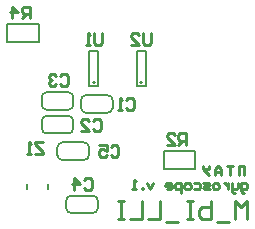
<source format=gbo>
G04*
G04 #@! TF.GenerationSoftware,Altium Limited,Altium Designer,24.2.2 (26)*
G04*
G04 Layer_Color=32896*
%FSLAX44Y44*%
%MOMM*%
G71*
G04*
G04 #@! TF.SameCoordinates,5AD87415-A6A8-440C-A617-3F2BA8D8D6EF*
G04*
G04*
G04 #@! TF.FilePolarity,Positive*
G04*
G01*
G75*
%ADD11C,0.2000*%
%ADD13C,0.2540*%
D11*
X408500Y378250D02*
G03*
X408500Y378250I-1000J0D01*
G01*
X368500Y378250D02*
G03*
X368500Y378250I-1000J0D01*
G01*
X359000Y312501D02*
G03*
X363500Y317001I0J4500D01*
G01*
X336501Y317000D02*
G03*
X341001Y312500I4500J0D01*
G01*
X341000Y327499D02*
G03*
X336500Y322999I0J-4500D01*
G01*
X363500Y322999D02*
G03*
X359000Y327499I-4500J0D01*
G01*
X348500Y282499D02*
G03*
X344000Y277999I0J-4500D01*
G01*
X370999Y278000D02*
G03*
X366499Y282500I-4500J0D01*
G01*
X366500Y267501D02*
G03*
X371000Y272001I0J4500D01*
G01*
X344000Y272001D02*
G03*
X348500Y267501I4500J0D01*
G01*
X327750Y369999D02*
G03*
X323250Y365499I0J-4500D01*
G01*
X350249Y365500D02*
G03*
X345749Y370000I-4500J0D01*
G01*
X345750Y355001D02*
G03*
X350250Y359501I0J4500D01*
G01*
X323250Y359501D02*
G03*
X327750Y355001I4500J0D01*
G01*
X327750Y349999D02*
G03*
X323250Y345499I0J-4500D01*
G01*
X350249Y345500D02*
G03*
X345749Y350000I-4500J0D01*
G01*
X345750Y335001D02*
G03*
X350250Y339501I0J4500D01*
G01*
X323250Y339501D02*
G03*
X327750Y335001I4500J0D01*
G01*
X379000Y352501D02*
G03*
X383500Y357001I0J4500D01*
G01*
X356501Y357000D02*
G03*
X361001Y352500I4500J0D01*
G01*
X361000Y367499D02*
G03*
X356500Y362999I0J-4500D01*
G01*
X383500Y362999D02*
G03*
X379000Y367499I-4500J0D01*
G01*
X311250Y288000D02*
Y292000D01*
X328750Y288000D02*
Y292000D01*
X403750Y374800D02*
X411250D01*
X403750Y405202D02*
X411250D01*
Y374800D02*
Y405202D01*
X403750Y374800D02*
Y405202D01*
X363750Y374800D02*
X371250D01*
X363750Y405202D02*
X371250D01*
Y374800D02*
Y405202D01*
X363750Y374800D02*
Y405202D01*
X294200Y412700D02*
Y427300D01*
X320800Y412700D02*
Y427300D01*
X294200D02*
X320800D01*
X294200Y412700D02*
X320800D01*
X426700Y305200D02*
Y319800D01*
X453300Y305200D02*
Y319800D01*
X426700D02*
X453300D01*
X426700Y305200D02*
X453300D01*
X336500Y317000D02*
Y322999D01*
X341001Y312500D02*
X359000D01*
X341000Y327500D02*
X359000D01*
X363500Y317001D02*
Y322999D01*
X371000Y272001D02*
Y278000D01*
X348500Y282500D02*
X366499D01*
X348500Y267500D02*
X366500D01*
X344000Y272001D02*
Y277999D01*
X350250Y359501D02*
Y365500D01*
X327750Y370000D02*
X345749D01*
X327750Y355000D02*
X345750D01*
X323250Y359501D02*
Y365499D01*
X350250Y339501D02*
Y345500D01*
X327750Y350000D02*
X345749D01*
X327750Y335000D02*
X345750D01*
X323250Y339501D02*
Y345499D01*
X356500Y357000D02*
Y362999D01*
X361001Y352500D02*
X379000D01*
X361000Y367500D02*
X379000D01*
X383500Y357001D02*
Y362999D01*
D13*
X490000Y300000D02*
Y307500D01*
X495000D01*
Y300000D02*
Y307500D01*
X470000Y302500D02*
X475000D01*
X470000Y302500D02*
X470000Y302500D01*
X470000Y300000D02*
Y302500D01*
Y300000D02*
Y305000D01*
X472500Y307500D01*
Y307500D01*
X475000Y305000D01*
Y300000D02*
Y305000D01*
X480000Y307500D02*
X485000D01*
X482500Y300000D02*
Y307500D01*
X485000D01*
X460000Y305000D02*
X465000D01*
X460000D02*
Y307500D01*
Y305000D02*
Y307500D01*
Y305000D02*
X465000Y300000D01*
Y305000D02*
Y307500D01*
X494794Y285040D02*
X493461D01*
X492128Y286373D01*
Y293037D01*
X496127D01*
X497460Y291705D01*
Y289039D01*
X496127Y287706D01*
X492128D01*
X489463Y293037D02*
Y289039D01*
X488130Y287706D01*
X484131D01*
Y286373D01*
X485464Y285040D01*
X486797D01*
X484131Y287706D02*
Y293037D01*
X481465D02*
Y287706D01*
Y290372D01*
X480132Y291705D01*
X478799Y293037D01*
X477466D01*
X472135Y287706D02*
X469469D01*
X468136Y289039D01*
Y291705D01*
X469469Y293037D01*
X472135D01*
X473468Y291705D01*
Y289039D01*
X472135Y287706D01*
X465470D02*
X461472D01*
X460139Y289039D01*
X461472Y290372D01*
X464137D01*
X465470Y291705D01*
X464137Y293037D01*
X460139D01*
X452141D02*
X456140D01*
X457473Y291705D01*
Y289039D01*
X456140Y287706D01*
X452141D01*
X448143D02*
X445477D01*
X444144Y289039D01*
Y291705D01*
X445477Y293037D01*
X448143D01*
X449476Y291705D01*
Y289039D01*
X448143Y287706D01*
X441478Y285040D02*
Y293037D01*
X437479D01*
X436146Y291705D01*
Y289039D01*
X437479Y287706D01*
X441478D01*
X429482D02*
X432148D01*
X433481Y289039D01*
Y291705D01*
X432148Y293037D01*
X429482D01*
X428149Y291705D01*
Y290372D01*
X433481D01*
X417486Y293037D02*
X414820Y287706D01*
X412154Y293037D01*
X409488Y287706D02*
Y289039D01*
X408156D01*
Y287706D01*
X409488D01*
X402824D02*
X400158D01*
X401491D01*
Y295703D01*
X402824Y294370D01*
X497460Y262579D02*
Y277814D01*
X492382Y272736D01*
X487303Y277814D01*
Y262579D01*
X482225Y260040D02*
X472068D01*
X466990Y277814D02*
Y262579D01*
X459372D01*
X456833Y265118D01*
Y267658D01*
Y270197D01*
X459372Y272736D01*
X466990D01*
X451755Y277814D02*
X446676D01*
X449216D01*
Y262579D01*
X451755D01*
X446676D01*
X439059Y260040D02*
X428902D01*
X423824Y277814D02*
Y262579D01*
X413667D01*
X408589Y277814D02*
Y262579D01*
X398432D01*
X393354Y277814D02*
X388275D01*
X390815D01*
Y262579D01*
X393354D01*
X388275D01*
X359166Y295832D02*
X360832Y297498D01*
X364165D01*
X365831Y295832D01*
Y289168D01*
X364165Y287502D01*
X360832D01*
X359166Y289168D01*
X350835Y287502D02*
Y297498D01*
X355834Y292500D01*
X349169D01*
X415831Y419998D02*
Y411668D01*
X414165Y410002D01*
X410832D01*
X409166Y411668D01*
Y419998D01*
X399169Y410002D02*
X405834D01*
X399169Y416666D01*
Y418332D01*
X400835Y419998D01*
X404168D01*
X405834Y418332D01*
X324165Y327498D02*
X317500D01*
Y325832D01*
X324165Y319168D01*
Y317502D01*
X317500D01*
X314168D02*
X310835D01*
X312502D01*
Y327498D01*
X314168Y325832D01*
X313331Y432502D02*
Y442498D01*
X308332D01*
X306666Y440832D01*
Y437500D01*
X308332Y435834D01*
X313331D01*
X309998D02*
X306666Y432502D01*
X298335D02*
Y442498D01*
X303334Y437500D01*
X296669D01*
X381666Y323332D02*
X383332Y324998D01*
X386665D01*
X388331Y323332D01*
Y316668D01*
X386665Y315002D01*
X383332D01*
X381666Y316668D01*
X371669Y324998D02*
X378334D01*
Y320000D01*
X375002Y321666D01*
X373335D01*
X371669Y320000D01*
Y316668D01*
X373335Y315002D01*
X376668D01*
X378334Y316668D01*
X374165Y419998D02*
Y411668D01*
X372498Y410002D01*
X369166D01*
X367500Y411668D01*
Y419998D01*
X364168Y410002D02*
X360835D01*
X362502D01*
Y419998D01*
X364168Y418332D01*
X445831Y325002D02*
Y334998D01*
X440832D01*
X439166Y333332D01*
Y330000D01*
X440832Y328334D01*
X445831D01*
X442498D02*
X439166Y325002D01*
X429169D02*
X435834D01*
X429169Y331666D01*
Y333332D01*
X430835Y334998D01*
X434168D01*
X435834Y333332D01*
X339166Y383332D02*
X340832Y384998D01*
X344165D01*
X345831Y383332D01*
Y376668D01*
X344165Y375002D01*
X340832D01*
X339166Y376668D01*
X335834Y383332D02*
X334168Y384998D01*
X330835D01*
X329169Y383332D01*
Y381666D01*
X330835Y380000D01*
X332502D01*
X330835D01*
X329169Y378334D01*
Y376668D01*
X330835Y375002D01*
X334168D01*
X335834Y376668D01*
X395000Y363332D02*
X396666Y364998D01*
X399998D01*
X401665Y363332D01*
Y356668D01*
X399998Y355002D01*
X396666D01*
X395000Y356668D01*
X391668Y355002D02*
X388335D01*
X390002D01*
Y364998D01*
X391668Y363332D01*
X366666Y345832D02*
X368332Y347498D01*
X371665D01*
X373331Y345832D01*
Y339168D01*
X371665Y337502D01*
X368332D01*
X366666Y339168D01*
X356669Y337502D02*
X363334D01*
X356669Y344166D01*
Y345832D01*
X358335Y347498D01*
X361668D01*
X363334Y345832D01*
M02*

</source>
